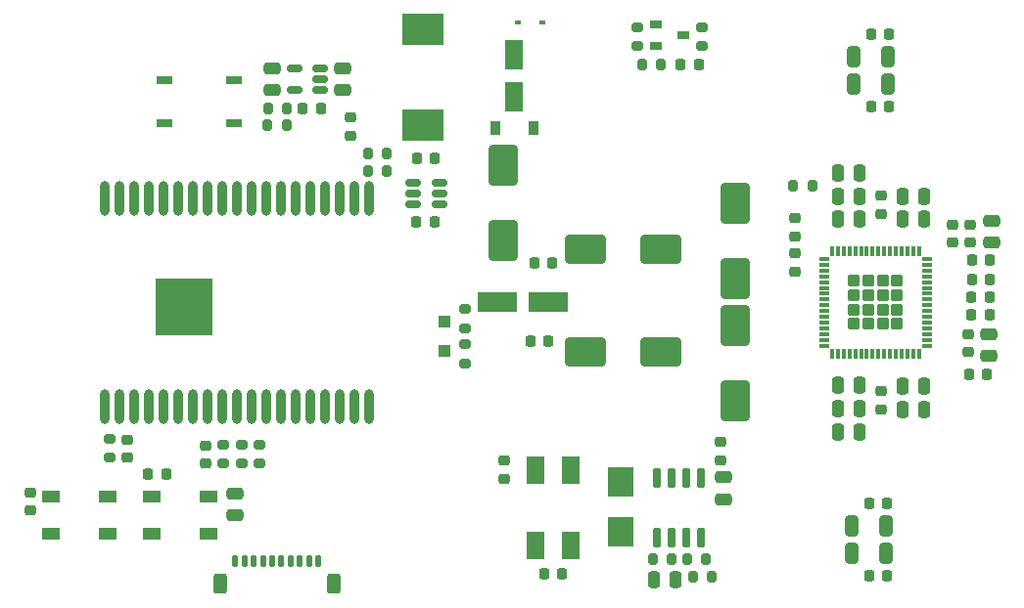
<source format=gbr>
G04 #@! TF.GenerationSoftware,KiCad,Pcbnew,(6.0.4-0)*
G04 #@! TF.CreationDate,2022-05-25T02:01:02+02:00*
G04 #@! TF.ProjectId,muVox,6d75566f-782e-46b6-9963-61645f706362,rev?*
G04 #@! TF.SameCoordinates,Original*
G04 #@! TF.FileFunction,Paste,Top*
G04 #@! TF.FilePolarity,Positive*
%FSLAX46Y46*%
G04 Gerber Fmt 4.6, Leading zero omitted, Abs format (unit mm)*
G04 Created by KiCad (PCBNEW (6.0.4-0)) date 2022-05-25 02:01:02*
%MOMM*%
%LPD*%
G01*
G04 APERTURE LIST*
G04 Aperture macros list*
%AMRoundRect*
0 Rectangle with rounded corners*
0 $1 Rounding radius*
0 $2 $3 $4 $5 $6 $7 $8 $9 X,Y pos of 4 corners*
0 Add a 4 corners polygon primitive as box body*
4,1,4,$2,$3,$4,$5,$6,$7,$8,$9,$2,$3,0*
0 Add four circle primitives for the rounded corners*
1,1,$1+$1,$2,$3*
1,1,$1+$1,$4,$5*
1,1,$1+$1,$6,$7*
1,1,$1+$1,$8,$9*
0 Add four rect primitives between the rounded corners*
20,1,$1+$1,$2,$3,$4,$5,0*
20,1,$1+$1,$4,$5,$6,$7,0*
20,1,$1+$1,$6,$7,$8,$9,0*
20,1,$1+$1,$8,$9,$2,$3,0*%
G04 Aperture macros list end*
%ADD10RoundRect,0.200000X0.200000X0.275000X-0.200000X0.275000X-0.200000X-0.275000X0.200000X-0.275000X0*%
%ADD11R,2.300000X2.500000*%
%ADD12RoundRect,0.250000X-0.475000X0.250000X-0.475000X-0.250000X0.475000X-0.250000X0.475000X0.250000X0*%
%ADD13RoundRect,0.225000X-0.225000X-0.250000X0.225000X-0.250000X0.225000X0.250000X-0.225000X0.250000X0*%
%ADD14RoundRect,0.225000X-0.250000X0.225000X-0.250000X-0.225000X0.250000X-0.225000X0.250000X0.225000X0*%
%ADD15RoundRect,0.250000X0.475000X-0.250000X0.475000X0.250000X-0.475000X0.250000X-0.475000X-0.250000X0*%
%ADD16RoundRect,0.218750X-0.218750X-0.256250X0.218750X-0.256250X0.218750X0.256250X-0.218750X0.256250X0*%
%ADD17R,1.498600X2.489200*%
%ADD18RoundRect,0.150000X0.150000X-0.725000X0.150000X0.725000X-0.150000X0.725000X-0.150000X-0.725000X0*%
%ADD19R,1.000000X0.700000*%
%ADD20RoundRect,0.200000X-0.200000X-0.275000X0.200000X-0.275000X0.200000X0.275000X-0.200000X0.275000X0*%
%ADD21RoundRect,0.200000X0.275000X-0.200000X0.275000X0.200000X-0.275000X0.200000X-0.275000X-0.200000X0*%
%ADD22R,1.450000X0.700000*%
%ADD23RoundRect,0.150000X0.512500X0.150000X-0.512500X0.150000X-0.512500X-0.150000X0.512500X-0.150000X0*%
%ADD24RoundRect,0.225000X0.225000X0.250000X-0.225000X0.250000X-0.225000X-0.250000X0.225000X-0.250000X0*%
%ADD25RoundRect,0.250000X-0.550000X1.050000X-0.550000X-1.050000X0.550000X-1.050000X0.550000X1.050000X0*%
%ADD26RoundRect,0.250000X1.000000X-1.500000X1.000000X1.500000X-1.000000X1.500000X-1.000000X-1.500000X0*%
%ADD27R,0.900000X1.200000*%
%ADD28R,3.600000X2.700000*%
%ADD29RoundRect,0.150000X-0.512500X-0.150000X0.512500X-0.150000X0.512500X0.150000X-0.512500X0.150000X0*%
%ADD30RoundRect,0.250000X0.250000X0.475000X-0.250000X0.475000X-0.250000X-0.475000X0.250000X-0.475000X0*%
%ADD31RoundRect,0.225000X0.250000X-0.225000X0.250000X0.225000X-0.250000X0.225000X-0.250000X-0.225000X0*%
%ADD32R,1.000000X1.000000*%
%ADD33RoundRect,0.200000X-0.275000X0.200000X-0.275000X-0.200000X0.275000X-0.200000X0.275000X0.200000X0*%
%ADD34RoundRect,0.250000X1.500000X1.000000X-1.500000X1.000000X-1.500000X-1.000000X1.500000X-1.000000X0*%
%ADD35RoundRect,0.250000X-0.325000X-0.650000X0.325000X-0.650000X0.325000X0.650000X-0.325000X0.650000X0*%
%ADD36RoundRect,0.075000X-0.362500X0.075000X-0.362500X-0.075000X0.362500X-0.075000X0.362500X0.075000X0*%
%ADD37RoundRect,0.075000X-0.075000X0.362500X-0.075000X-0.362500X0.075000X-0.362500X0.075000X0.362500X0*%
%ADD38RoundRect,0.250000X-0.277694X0.277694X-0.277694X-0.277694X0.277694X-0.277694X0.277694X0.277694X0*%
%ADD39RoundRect,0.250000X-0.350000X-0.600000X0.350000X-0.600000X0.350000X0.600000X-0.350000X0.600000X0*%
%ADD40RoundRect,0.125000X-0.125000X-0.375000X0.125000X-0.375000X0.125000X0.375000X-0.125000X0.375000X0*%
%ADD41RoundRect,0.218750X0.218750X0.256250X-0.218750X0.256250X-0.218750X-0.256250X0.218750X-0.256250X0*%
%ADD42R,1.500000X1.000000*%
%ADD43RoundRect,0.250000X-1.000000X1.500000X-1.000000X-1.500000X1.000000X-1.500000X1.000000X1.500000X0*%
%ADD44R,0.600000X0.450000*%
%ADD45R,3.500000X1.800000*%
%ADD46O,0.900000X3.000000*%
%ADD47R,5.000000X5.000000*%
G04 APERTURE END LIST*
D10*
X172625000Y-112000000D03*
X170975000Y-112000000D03*
D11*
X164700000Y-108100000D03*
X164700000Y-103800000D03*
D12*
X140719000Y-67967500D03*
X140719000Y-69867500D03*
X134569000Y-67950600D03*
X134569000Y-69850600D03*
D13*
X159703380Y-111700000D03*
X158153380Y-111700000D03*
D14*
X154678380Y-103506510D03*
X154678380Y-101956510D03*
X173392395Y-100350000D03*
X173392395Y-101900000D03*
D15*
X173642395Y-105300000D03*
X173642395Y-103400000D03*
D16*
X169899100Y-67614600D03*
X171474100Y-67614600D03*
D17*
X160400000Y-102807610D03*
X160400000Y-109310010D03*
X157400000Y-102807610D03*
X157400000Y-109310010D03*
D18*
X167848620Y-108583010D03*
X169118620Y-108583010D03*
X170388620Y-108583010D03*
X171658620Y-108583010D03*
X171658620Y-103433010D03*
X170388620Y-103433010D03*
X169118620Y-103433010D03*
X167848620Y-103433010D03*
D19*
X167750000Y-64150000D03*
X167750000Y-66050000D03*
X170150000Y-65100000D03*
D20*
X170475000Y-110514010D03*
X172125000Y-110514010D03*
D10*
X169150000Y-110500000D03*
X167500000Y-110500000D03*
X168223600Y-67665400D03*
X166573600Y-67665400D03*
D21*
X166216200Y-66026600D03*
X166216200Y-64376600D03*
X171804200Y-66026600D03*
X171804200Y-64376600D03*
D22*
X131258000Y-68988000D03*
X131258000Y-72688000D03*
X125258000Y-68988000D03*
X125258000Y-72688000D03*
D23*
X138787500Y-69850000D03*
X138787500Y-68900000D03*
X138787500Y-67950000D03*
X136512500Y-67950000D03*
X136512500Y-69850000D03*
D24*
X148684620Y-75782010D03*
X147134620Y-75782010D03*
D14*
X141400000Y-72225000D03*
X141400000Y-73775000D03*
D25*
X155529620Y-66822610D03*
X155529620Y-70422610D03*
D26*
X154615220Y-82891610D03*
X154615220Y-76391610D03*
D27*
X153879620Y-73165810D03*
X157179620Y-73165810D03*
D28*
X147655620Y-72906010D03*
X147655620Y-64606010D03*
D10*
X144518220Y-76823410D03*
X142868220Y-76823410D03*
D20*
X142868220Y-75299410D03*
X144518220Y-75299410D03*
D29*
X146772120Y-77880010D03*
X146772120Y-78830010D03*
X146772120Y-79780010D03*
X149047120Y-79780010D03*
X149047120Y-78830010D03*
X149047120Y-77880010D03*
D30*
X169500000Y-112263990D03*
X167600000Y-112263990D03*
D31*
X179820000Y-82515000D03*
X179820000Y-80965000D03*
D30*
X191000000Y-81050000D03*
X189100000Y-81050000D03*
D31*
X113647600Y-106260800D03*
X113647600Y-104710800D03*
D26*
X174620380Y-96715490D03*
X174620380Y-90215490D03*
D31*
X187260000Y-80555000D03*
X187260000Y-79005000D03*
D30*
X191000000Y-95500000D03*
X189100000Y-95500000D03*
D32*
X149500000Y-89925000D03*
X149500000Y-92425000D03*
D21*
X131950000Y-102175000D03*
X131950000Y-100525000D03*
D24*
X187775000Y-105650000D03*
X186225000Y-105650000D03*
D33*
X151300000Y-91850000D03*
X151300000Y-93500000D03*
D30*
X191000000Y-97500000D03*
X189100000Y-97500000D03*
D34*
X168200000Y-83650000D03*
X161700000Y-83650000D03*
D24*
X125422600Y-103110800D03*
X123872600Y-103110800D03*
X187770000Y-111890000D03*
X186220000Y-111890000D03*
D31*
X128850000Y-102175000D03*
X128850000Y-100625000D03*
D24*
X187975000Y-71290000D03*
X186425000Y-71290000D03*
D35*
X184700000Y-107580000D03*
X187650000Y-107580000D03*
D30*
X185400000Y-77010000D03*
X183500000Y-77010000D03*
D33*
X151300000Y-88800000D03*
X151300000Y-90450000D03*
X130400000Y-100550000D03*
X130400000Y-102200000D03*
D24*
X196395000Y-94430000D03*
X194845000Y-94430000D03*
D35*
X184695000Y-109940000D03*
X187645000Y-109940000D03*
D20*
X134200000Y-72900000D03*
X135850000Y-72900000D03*
D31*
X122050000Y-101675000D03*
X122050000Y-100125000D03*
D35*
X184900000Y-69350000D03*
X187850000Y-69350000D03*
D13*
X156950000Y-91600000D03*
X158500000Y-91600000D03*
D24*
X196635000Y-87760000D03*
X195085000Y-87760000D03*
D30*
X185400000Y-81050000D03*
X183500000Y-81050000D03*
D35*
X187850000Y-66975000D03*
X184900000Y-66975000D03*
D36*
X191218750Y-84481250D03*
X191218750Y-84981250D03*
X191218750Y-85481250D03*
X191218750Y-85981250D03*
X191218750Y-86481250D03*
X191218750Y-86981250D03*
X191218750Y-87481250D03*
X191218750Y-87981250D03*
X191218750Y-88481250D03*
X191218750Y-88981250D03*
X191218750Y-89481250D03*
X191218750Y-89981250D03*
X191218750Y-90481250D03*
X191218750Y-90981250D03*
X191218750Y-91481250D03*
X191218750Y-91981250D03*
D37*
X190531250Y-92668750D03*
X190031250Y-92668750D03*
X189531250Y-92668750D03*
X189031250Y-92668750D03*
X188531250Y-92668750D03*
X188031250Y-92668750D03*
X187531250Y-92668750D03*
X187031250Y-92668750D03*
X186531250Y-92668750D03*
X186031250Y-92668750D03*
X185531250Y-92668750D03*
X185031250Y-92668750D03*
X184531250Y-92668750D03*
X184031250Y-92668750D03*
X183531250Y-92668750D03*
X183031250Y-92668750D03*
D36*
X182343750Y-91981250D03*
X182343750Y-91481250D03*
X182343750Y-90981250D03*
X182343750Y-90481250D03*
X182343750Y-89981250D03*
X182343750Y-89481250D03*
X182343750Y-88981250D03*
X182343750Y-88481250D03*
X182343750Y-87981250D03*
X182343750Y-87481250D03*
X182343750Y-86981250D03*
X182343750Y-86481250D03*
X182343750Y-85981250D03*
X182343750Y-85481250D03*
X182343750Y-84981250D03*
X182343750Y-84481250D03*
D37*
X183031250Y-83793750D03*
X183531250Y-83793750D03*
X184031250Y-83793750D03*
X184531250Y-83793750D03*
X185031250Y-83793750D03*
X185531250Y-83793750D03*
X186031250Y-83793750D03*
X186531250Y-83793750D03*
X187031250Y-83793750D03*
X187531250Y-83793750D03*
X188031250Y-83793750D03*
X188531250Y-83793750D03*
X189031250Y-83793750D03*
X189531250Y-83793750D03*
X190031250Y-83793750D03*
X190531250Y-83793750D03*
D38*
X187400000Y-90087500D03*
X184925000Y-90087500D03*
X186162500Y-86375000D03*
X187400000Y-87612500D03*
X187400000Y-86375000D03*
X186162500Y-90087500D03*
X186162500Y-87612500D03*
X187400000Y-88850000D03*
X186162500Y-88850000D03*
X188637500Y-88850000D03*
X184925000Y-87612500D03*
X184925000Y-88850000D03*
X188637500Y-87612500D03*
X184925000Y-86375000D03*
X188637500Y-90087500D03*
X188637500Y-86375000D03*
D39*
X130100000Y-112600000D03*
X139900000Y-112600000D03*
D40*
X138600000Y-110650000D03*
X137800000Y-110650000D03*
X137000000Y-110650000D03*
X136200000Y-110650000D03*
X135400000Y-110650000D03*
X134600000Y-110650000D03*
X133800000Y-110650000D03*
X133000000Y-110650000D03*
X132200000Y-110650000D03*
X131400000Y-110650000D03*
D41*
X138800000Y-71400000D03*
X137225000Y-71400000D03*
D33*
X120550000Y-100050000D03*
X120550000Y-101700000D03*
D31*
X179820000Y-85555000D03*
X179820000Y-84005000D03*
D42*
X115475200Y-105050000D03*
X115475200Y-108250000D03*
X120375200Y-108250000D03*
X120375200Y-105050000D03*
D15*
X196790000Y-83040000D03*
X196790000Y-81140000D03*
D21*
X133500000Y-102175000D03*
X133500000Y-100525000D03*
D24*
X148625000Y-81300000D03*
X147075000Y-81300000D03*
D30*
X185400000Y-97450000D03*
X183500000Y-97450000D03*
X185400000Y-95400000D03*
X183500000Y-95400000D03*
D24*
X187975000Y-65030000D03*
X186425000Y-65030000D03*
D20*
X134225000Y-71400000D03*
X135875000Y-71400000D03*
X179665000Y-78160000D03*
X181315000Y-78160000D03*
D34*
X168200000Y-92500000D03*
X161700000Y-92500000D03*
D43*
X174620380Y-79657990D03*
X174620380Y-86157990D03*
D12*
X131350000Y-104800000D03*
X131350000Y-106700000D03*
D31*
X194800000Y-92510000D03*
X194800000Y-90960000D03*
D12*
X196540000Y-90970000D03*
X196540000Y-92870000D03*
D31*
X193460000Y-83045000D03*
X193460000Y-81495000D03*
D30*
X185400000Y-79050000D03*
X183500000Y-79050000D03*
D31*
X195000000Y-83060000D03*
X195000000Y-81510000D03*
D14*
X187290000Y-95935000D03*
X187290000Y-97485000D03*
D13*
X195140000Y-84550000D03*
X196690000Y-84550000D03*
D42*
X124200000Y-105050000D03*
X124200000Y-108250000D03*
X129100000Y-108250000D03*
X129100000Y-105050000D03*
D44*
X157950000Y-64000000D03*
X155850000Y-64000000D03*
D45*
X154050000Y-88200000D03*
X158450000Y-88200000D03*
D13*
X157250000Y-84850000D03*
X158800000Y-84850000D03*
D46*
X120090000Y-97231250D03*
X121360000Y-97231250D03*
X122630000Y-97231250D03*
X123900000Y-97231250D03*
X125170000Y-97231250D03*
X126440000Y-97231250D03*
X127710000Y-97231250D03*
X128980000Y-97231250D03*
X130250000Y-97231250D03*
X131520000Y-97231250D03*
X132790000Y-97231250D03*
X134060000Y-97231250D03*
X135330000Y-97231250D03*
X136600000Y-97231250D03*
X137900000Y-97231250D03*
X139170000Y-97231250D03*
X140440000Y-97231250D03*
X141710000Y-97231250D03*
X142980000Y-97231250D03*
X142980000Y-79231250D03*
X141710000Y-79231250D03*
X140440000Y-79231250D03*
X139170000Y-79231250D03*
X137900000Y-79231250D03*
X136600000Y-79201250D03*
X135330000Y-79201250D03*
X134060000Y-79201250D03*
X132790000Y-79201250D03*
X131520000Y-79201250D03*
X130250000Y-79201250D03*
X128980000Y-79201250D03*
X127710000Y-79201250D03*
X126440000Y-79201250D03*
X125170000Y-79201250D03*
X123900000Y-79201250D03*
X122630000Y-79201250D03*
X121360000Y-79201250D03*
X120090000Y-79201250D03*
D47*
X127010000Y-88631250D03*
D13*
X195075000Y-89280000D03*
X196625000Y-89280000D03*
D30*
X185400000Y-99460000D03*
X183500000Y-99460000D03*
X191000000Y-79050000D03*
X189100000Y-79050000D03*
D13*
X195100000Y-86240000D03*
X196650000Y-86240000D03*
M02*

</source>
